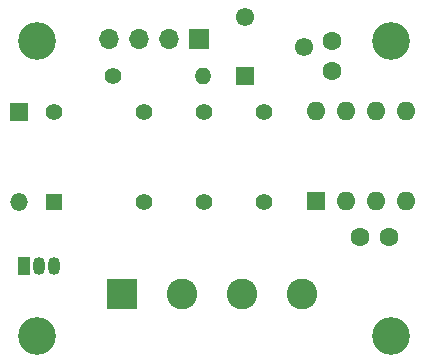
<source format=gbr>
%TF.GenerationSoftware,KiCad,Pcbnew,(5.1.12)-1*%
%TF.CreationDate,2022-02-01T13:32:49+01:00*%
%TF.ProjectId,trainCatcherRelay,74726169-6e43-4617-9463-68657252656c,rev?*%
%TF.SameCoordinates,Original*%
%TF.FileFunction,Soldermask,Bot*%
%TF.FilePolarity,Negative*%
%FSLAX46Y46*%
G04 Gerber Fmt 4.6, Leading zero omitted, Abs format (unit mm)*
G04 Created by KiCad (PCBNEW (5.1.12)-1) date 2022-02-01 13:32:49*
%MOMM*%
%LPD*%
G01*
G04 APERTURE LIST*
%ADD10C,2.600000*%
%ADD11R,2.600000X2.600000*%
%ADD12C,3.200000*%
%ADD13O,1.600000X1.600000*%
%ADD14R,1.600000X1.600000*%
%ADD15C,1.550000*%
%ADD16R,1.550000X1.550000*%
%ADD17O,1.400000X1.400000*%
%ADD18C,1.400000*%
%ADD19R,1.050000X1.500000*%
%ADD20O,1.050000X1.500000*%
%ADD21R,1.400000X1.400000*%
%ADD22O,1.700000X1.700000*%
%ADD23R,1.700000X1.700000*%
%ADD24O,1.500000X1.500000*%
%ADD25R,1.500000X1.500000*%
%ADD26C,1.600000*%
G04 APERTURE END LIST*
D10*
%TO.C,J2*%
X143510000Y39116000D03*
X138430000Y39116000D03*
X133350000Y39116000D03*
D11*
X128270000Y39116000D03*
%TD*%
D12*
%TO.C,REF\u002A\u002A*%
X151000000Y60500000D03*
%TD*%
%TO.C,REF\u002A\u002A*%
X121000000Y60500000D03*
%TD*%
%TO.C,REF\u002A\u002A*%
X121000000Y35500000D03*
%TD*%
%TO.C,REF\u002A\u002A*%
X151000000Y35500000D03*
%TD*%
D13*
%TO.C,U1*%
X144653000Y54610000D03*
X152273000Y46990000D03*
X147193000Y54610000D03*
X149733000Y46990000D03*
X149733000Y54610000D03*
X147193000Y46990000D03*
X152273000Y54610000D03*
D14*
X144653000Y46990000D03*
%TD*%
D15*
%TO.C,RV1*%
X143653000Y60031000D03*
D16*
X138653000Y57531000D03*
D15*
X138653000Y62531000D03*
%TD*%
D17*
%TO.C,R1*%
X135097000Y57531000D03*
D18*
X127477000Y57531000D03*
%TD*%
D19*
%TO.C,Q1*%
X119960000Y41500000D03*
D20*
X122500000Y41500000D03*
X121230000Y41500000D03*
%TD*%
D18*
%TO.C,K1*%
X130080000Y54513000D03*
X140240000Y54513000D03*
X135160000Y54513000D03*
X130080000Y46893000D03*
X140240000Y46893000D03*
X135160000Y46893000D03*
X122460000Y54513000D03*
D21*
X122460000Y46893000D03*
%TD*%
D22*
%TO.C,J3*%
X127096000Y60706000D03*
X129636000Y60706000D03*
X132176000Y60706000D03*
D23*
X134716000Y60706000D03*
%TD*%
D24*
%TO.C,D1*%
X119507000Y46863000D03*
D25*
X119507000Y54483000D03*
%TD*%
D26*
%TO.C,C2*%
X146000000Y60500000D03*
X146000000Y58000000D03*
%TD*%
%TO.C,C1*%
X150876000Y43942000D03*
X148376000Y43942000D03*
%TD*%
M02*

</source>
